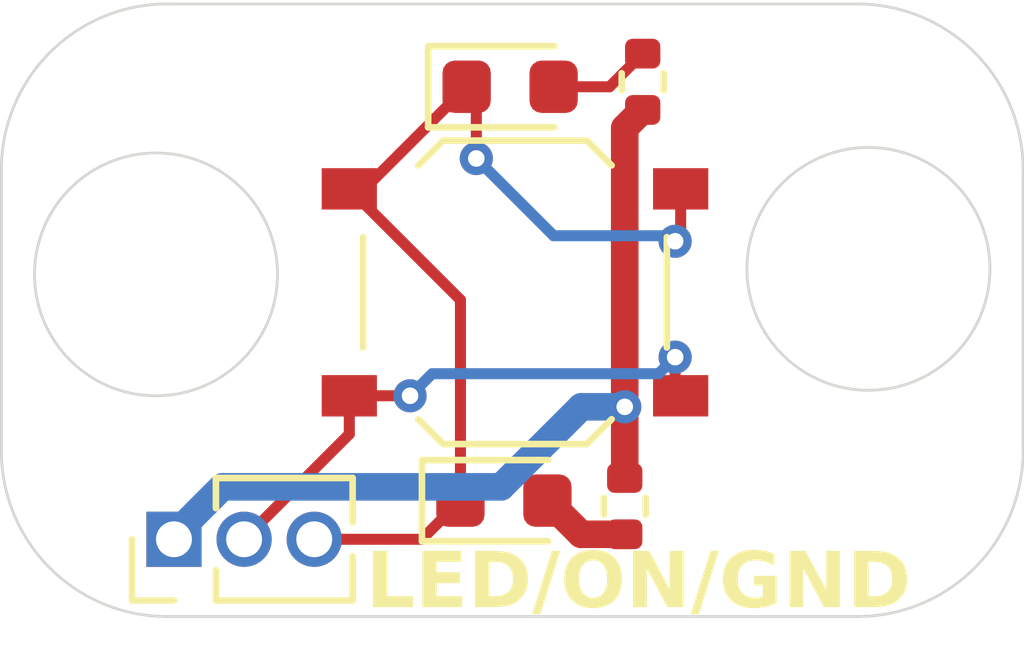
<source format=kicad_pcb>
(kicad_pcb (version 20241007) (generator "pcbnew") (generator_version "8.99")
  (layers (0 "F.Cu" signal) (2 "B.Cu" signal) (13 "F.Paste" user) (15 "B.Paste" user) (5 "F.SilkS" user "F.Silkscreen") (7 "B.SilkS" user "B.Silkscreen") (1 "F.Mask" user) (3 "B.Mask" user) (25 "Edge.Cuts" user))
  (net 0 "")
  (net 1 "GND")
  (net 2 "Net-(D1-A)")
  (net 3 "/PWR_ON")
  (net 4 "/ON_LED")
  (net 5 "Net-(D2-A)")
  (footprint "Connector_PinHeader_1.27mm:PinHeader_1x03_P1.27mm_Vertical" (layer "F.Cu") (at 111.925 105.1 90)
    (property "Reference" "J1" (hide yes))
    (property "Value" "CONN")
    (fp_line (start -1.11 -0.76) (end 0 -0.76) (stroke (width 0.12)) (layer "F.SilkS"))
    (fp_line (start -1.11 0) (end -1.11 -0.76) (stroke (width 0.12)) (layer "F.SilkS"))
    (fp_line (start 1.11 0.76) (end 1.11 3.235) (stroke (width 0.12)) (layer "F.SilkS"))
    (fp_line (start 0.563471 0.76) (end 1.11 0.76) (stroke (width 0.12)) (layer "F.SilkS"))
    (fp_line (start -1.11 0.76) (end -0.563471 0.76) (stroke (width 0.12)) (layer "F.SilkS"))
    (fp_line (start -1.11 0.76) (end -1.11 3.235) (stroke (width 0.12)) (layer "F.SilkS"))
    (fp_line (start 0.30753 3.235) (end 1.11 3.235) (stroke (width 0.12)) (layer "F.SilkS"))
    (fp_line (start -1.11 3.235) (end -0.30753 3.235) (stroke (width 0.12)) (layer "F.SilkS"))
    (pad "1" thru_hole rect (at 0 0 90) (size 1 1) (drill 0.65) (layers "*.Cu" "*.Mask") (net 4 "/ON_LED"))
    (pad "2" thru_hole oval (at 0 1.27 90) (size 1 1) (drill 0.65) (layers "*.Cu" "*.Mask") (net 3 "/PWR_ON"))
    (pad "3" thru_hole oval (at 0 2.54 90) (size 1 1) (drill 0.65) (layers "*.Cu" "*.Mask") (net 1 "GND"))
  )
  (footprint "Button_Switch_SMD:SW_Push_1P1T_XKB_TS-1187A" (layer "F.Cu") (at 118.1 100.625)
    (property "Reference" "SW1" (hide yes))
    (property "Value" "PWR")
    (fp_line (start -2.75 -1) (end -2.75 1) (stroke (width 0.12)) (layer "F.SilkS"))
    (fp_line (start -1.75 -2.3) (end -1.3 -2.75) (stroke (width 0.12)) (layer "F.SilkS"))
    (fp_line (start -1.75 2.3) (end -1.3 2.75) (stroke (width 0.12)) (layer "F.SilkS"))
    (fp_line (start -1.3 -2.75) (end 1.3 -2.75) (stroke (width 0.12)) (layer "F.SilkS"))
    (fp_line (start -1.3 2.75) (end 1.3 2.75) (stroke (width 0.12)) (layer "F.SilkS"))
    (fp_line (start 1.75 -2.3) (end 1.3 -2.75) (stroke (width 0.12)) (layer "F.SilkS"))
    (fp_line (start 1.75 2.3) (end 1.3 2.75) (stroke (width 0.12)) (layer "F.SilkS"))
    (fp_line (start 2.75 -1) (end 2.75 1) (stroke (width 0.12)) (layer "F.SilkS"))
    (pad "1" smd rect (at -3 -1.875) (size 1 0.75) (layers "F.Cu" "F.Mask" "F.Paste") (net 1 "GND"))
    (pad "1" smd rect (at 3 -1.875) (size 1 0.75) (layers "F.Cu" "F.Mask" "F.Paste") (net 1 "GND"))
    (pad "2" smd rect (at -3 1.875) (size 1 0.75) (layers "F.Cu" "F.Mask" "F.Paste") (net 3 "/PWR_ON"))
    (pad "2" smd rect (at 3 1.875) (size 1 0.75) (layers "F.Cu" "F.Mask" "F.Paste") (net 3 "/PWR_ON"))
  )
  (footprint "Resistor_SMD:R_0402_1005Metric" (layer "F.Cu") (at 120.0875 104.5 -90)
    (property "Reference" "R2" (hide yes))
    (property "Value" "10k")
    (fp_line (start -0.153641 0.38) (end 0.153641 0.38) (stroke (width 0.12)) (layer "F.SilkS"))
    (fp_line (start -0.153641 -0.38) (end 0.153641 -0.38) (stroke (width 0.12)) (layer "F.SilkS"))
    (pad "1" smd roundrect (at -0.51 0 270) (size 0.54 0.64) (layers "F.Cu" "F.Mask" "F.Paste") (net 4 "/ON_LED"))
    (pad "2" smd roundrect (at 0.51 0 270) (size 0.54 0.64) (layers "F.Cu" "F.Mask" "F.Paste") (net 5 "Net-(D2-A)"))
  )
  (footprint "LED_SMD:LED_0603_1608Metric" (layer "F.Cu") (at 118.0125 96.9)
    (property "Reference" "D1" (hide yes))
    (property "Value" "PWR LED")
    (fp_line (start -1.485 -0.735) (end -1.485 0.735) (stroke (width 0.12)) (layer "F.SilkS"))
    (fp_line (start -1.485 0.735) (end 0.8 0.735) (stroke (width 0.12)) (layer "F.SilkS"))
    (fp_line (start 0.8 -0.735) (end -1.485 -0.735) (stroke (width 0.12)) (layer "F.SilkS"))
    (pad "1" smd roundrect (at -0.7875 0) (size 0.875 0.95) (layers "F.Cu" "F.Mask" "F.Paste") (net 1 "GND"))
    (pad "2" smd roundrect (at 0.7875 0) (size 0.875 0.95) (layers "F.Cu" "F.Mask" "F.Paste") (net 2 "Net-(D1-A)"))
  )
  (footprint "LED_SMD:LED_0603_1608Metric" (layer "F.Cu") (at 117.9 104.4)
    (property "Reference" "D2" (hide yes))
    (property "Value" "PWR LED")
    (fp_line (start -1.485 -0.735) (end -1.485 0.735) (stroke (width 0.12)) (layer "F.SilkS"))
    (fp_line (start -1.485 0.735) (end 0.8 0.735) (stroke (width 0.12)) (layer "F.SilkS"))
    (fp_line (start 0.8 -0.735) (end -1.485 -0.735) (stroke (width 0.12)) (layer "F.SilkS"))
    (pad "1" smd roundrect (at -0.7875 0) (size 0.875 0.95) (layers "F.Cu" "F.Mask" "F.Paste") (net 1 "GND"))
    (pad "2" smd roundrect (at 0.7875 0) (size 0.875 0.95) (layers "F.Cu" "F.Mask" "F.Paste") (net 5 "Net-(D2-A)"))
  )
  (footprint "Resistor_SMD:R_0402_1005Metric" (layer "F.Cu") (at 120.4125 96.81 90)
    (property "Reference" "R1" (hide yes))
    (property "Value" "10k")
    (fp_line (start -0.153641 -0.38) (end 0.153641 -0.38) (stroke (width 0.12)) (layer "F.SilkS"))
    (fp_line (start -0.153641 0.38) (end 0.153641 0.38) (stroke (width 0.12)) (layer "F.SilkS"))
    (pad "1" smd roundrect (at -0.51 0 90) (size 0.54 0.64) (layers "F.Cu" "F.Mask" "F.Paste") (net 4 "/ON_LED"))
    (pad "2" smd roundrect (at 0.51 0 90) (size 0.54 0.64) (layers "F.Cu" "F.Mask" "F.Paste") (net 2 "Net-(D1-A)"))
  )
  (gr_line (start 111.8 95.4) (end 124.3 95.4) (stroke (width 0.05)) (layer "Edge.Cuts"))
  (gr_arc (start 108.8 98.4) (mid 109.67868 96.27868) (end 111.8 95.4) (stroke (width 0.05)) (layer "Edge.Cuts"))
  (gr_arc (start 111.8 106.5) (mid 109.67868 105.62132) (end 108.8 103.5) (stroke (width 0.05)) (layer "Edge.Cuts"))
  (gr_line (start 127.3 98.4) (end 127.3 103.5) (stroke (width 0.05)) (layer "Edge.Cuts"))
  (gr_circle (center 124.5 100.2) (end 126.7 100.2) (stroke (width 0.05)) (fill none) (layer "Edge.Cuts"))
  (gr_arc (start 127.3 103.5) (mid 126.42132 105.62132) (end 124.3 106.5) (stroke (width 0.05)) (layer "Edge.Cuts"))
  (gr_arc (start 124.3 95.4) (mid 126.42132 96.27868) (end 127.3 98.4) (stroke (width 0.05)) (layer "Edge.Cuts"))
  (gr_line (start 108.8 103.5) (end 108.8 98.4) (stroke (width 0.05)) (layer "Edge.Cuts"))
  (gr_circle (center 111.6 100.3) (end 113.8 100.3) (stroke (width 0.05)) (fill none) (layer "Edge.Cuts"))
  (gr_line (start 124.3 106.5) (end 111.8 106.5) (stroke (width 0.05)) (layer "Edge.Cuts"))
  (gr_text "LED/ON/GND" (at 115.4 106.5 0) (layer "F.SilkS") (effects (font (size 1 1) (thickness 0.2) (bold yes)) (justify left bottom)))
  (segment (start 117.1125 104.4) (end 117.1125 100.7625) (width 0.2) (layer "F.Cu") (net 1))
  (segment (start 117.1125 100.7625) (end 115.1 98.75) (width 0.2) (layer "F.Cu") (net 1))
  (segment (start 116.4125 105.1) (end 117.1125 104.4) (width 0.2) (layer "F.Cu") (net 1))
  (segment (start 115.1 98.75) (end 115.375 98.75) (width 0.2) (layer "F.Cu") (net 1))
  (segment (start 114.465 105.1) (end 116.4125 105.1) (width 0.2) (layer "F.Cu") (net 1))
  (segment (start 117.4 97.075) (end 117.225 96.9) (width 0.2) (layer "F.Cu") (net 1))
  (segment (start 121.1 98.75) (end 121.1 99.6) (width 0.2) (layer "F.Cu") (net 1))
  (segment (start 115.375 98.75) (end 117.225 96.9) (width 0.2) (layer "F.Cu") (net 1))
  (segment (start 117.4 98.2) (end 117.4 97.075) (width 0.2) (layer "F.Cu") (net 1))
  (segment (start 121.1 99.6) (end 121 99.7) (width 0.2) (layer "F.Cu") (net 1))
  (via (at 121 99.7) (size 0.6) (drill 0.3) (layers "F.Cu" "B.Cu") (net 1))
  (via (at 117.4 98.2) (size 0.6) (drill 0.3) (layers "F.Cu" "B.Cu") (net 1))
  (segment (start 121 99.7) (end 120.9 99.6) (width 0.2) (layer "B.Cu") (net 1))
  (segment (start 118.8 99.6) (end 117.4 98.2) (width 0.2) (layer "B.Cu") (net 1))
  (segment (start 120.9 99.6) (end 118.8 99.6) (width 0.2) (layer "B.Cu") (net 1))
  (segment (start 118.8 96.9) (end 119.8125 96.9) (width 0.2) (layer "F.Cu") (net 2))
  (segment (start 119.8125 96.9) (end 120.4125 96.3) (width 0.2) (layer "F.Cu") (net 2))
  (segment (start 115.1 102.5) (end 115.1 103.195) (width 0.2) (layer "F.Cu") (net 3))
  (segment (start 121 102.4) (end 121.1 102.5) (width 0.2) (layer "F.Cu") (net 3))
  (segment (start 115.1 102.5) (end 116.2 102.5) (width 0.2) (layer "F.Cu") (net 3))
  (segment (start 121 101.8) (end 121 102.4) (width 0.2) (layer "F.Cu") (net 3))
  (segment (start 115.1 103.195) (end 113.195 105.1) (width 0.2) (layer "F.Cu") (net 3))
  (via (at 121 101.8) (size 0.6) (drill 0.3) (layers "F.Cu" "B.Cu") (net 3))
  (via (at 116.2 102.5) (size 0.6) (drill 0.3) (layers "F.Cu" "B.Cu") (net 3))
  (segment (start 116.2 102.5) (end 116.6 102.1) (width 0.2) (layer "B.Cu") (net 3))
  (segment (start 116.6 102.1) (end 120.7 102.1) (width 0.2) (layer "B.Cu") (net 3))
  (segment (start 120.7 102.1) (end 121 101.8) (width 0.2) (layer "B.Cu") (net 3))
  (segment (start 120.0875 103.99) (end 120.0875 97.645) (width 0.5) (layer "F.Cu") (net 4))
  (segment (start 120.0875 97.645) (end 120.4125 97.32) (width 0.5) (layer "F.Cu") (net 4))
  (via (at 120.0875 102.7) (size 0.6) (drill 0.3) (layers "F.Cu" "B.Cu") (net 4))
  (segment (start 112.801497 104.15) (end 111.925 105.026497) (width 0.5) (layer "B.Cu") (net 4))
  (segment (start 120.0875 102.7) (end 119.3 102.7) (width 0.5) (layer "B.Cu") (net 4))
  (segment (start 111.925 105.026497) (end 111.925 105.1) (width 0.5) (layer "B.Cu") (net 4))
  (segment (start 117.85 104.15) (end 112.801497 104.15) (width 0.5) (layer "B.Cu") (net 4))
  (segment (start 119.3 102.7) (end 117.85 104.15) (width 0.5) (layer "B.Cu") (net 4))
  (segment (start 118.6875 104.4) (end 119.2975 105.01) (width 0.5) (layer "F.Cu") (net 5))
  (segment (start 119.2975 105.01) (end 120.0875 105.01) (width 0.5) (layer "F.Cu") (net 5))
)
</source>
